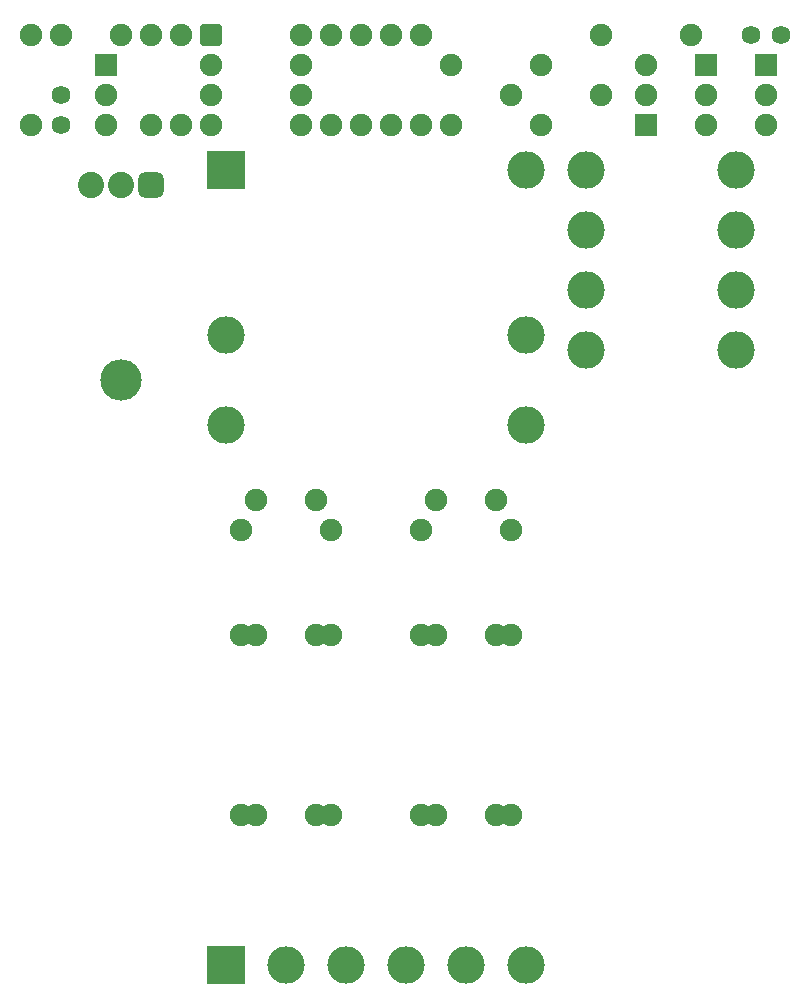
<source format=gbr>
%TF.GenerationSoftware,KiCad,Pcbnew,(6.0.0)*%
%TF.CreationDate,2023-06-01T11:58:54-04:00*%
%TF.ProjectId,SEPIC,53455049-432e-46b6-9963-61645f706362,rev?*%
%TF.SameCoordinates,Original*%
%TF.FileFunction,Soldermask,Bot*%
%TF.FilePolarity,Negative*%
%FSLAX46Y46*%
G04 Gerber Fmt 4.6, Leading zero omitted, Abs format (unit mm)*
G04 Created by KiCad (PCBNEW (6.0.0)) date 2023-06-01 11:58:54*
%MOMM*%
%LPD*%
G01*
G04 APERTURE LIST*
G04 Aperture macros list*
%AMRoundRect*
0 Rectangle with rounded corners*
0 $1 Rounding radius*
0 $2 $3 $4 $5 $6 $7 $8 $9 X,Y pos of 4 corners*
0 Add a 4 corners polygon primitive as box body*
4,1,4,$2,$3,$4,$5,$6,$7,$8,$9,$2,$3,0*
0 Add four circle primitives for the rounded corners*
1,1,$1+$1,$2,$3*
1,1,$1+$1,$4,$5*
1,1,$1+$1,$6,$7*
1,1,$1+$1,$8,$9*
0 Add four rect primitives between the rounded corners*
20,1,$1+$1,$2,$3,$4,$5,0*
20,1,$1+$1,$4,$5,$6,$7,0*
20,1,$1+$1,$6,$7,$8,$9,0*
20,1,$1+$1,$8,$9,$2,$3,0*%
G04 Aperture macros list end*
%ADD10C,3.175000*%
%ADD11C,1.905000*%
%ADD12R,1.905000X1.905000*%
%ADD13O,3.500000X3.500000*%
%ADD14RoundRect,0.635000X0.476250X0.476250X-0.476250X0.476250X-0.476250X-0.476250X0.476250X-0.476250X0*%
%ADD15C,2.222500*%
%ADD16R,3.175000X3.175000*%
%ADD17C,1.587500*%
%ADD18RoundRect,0.381000X-0.571500X-0.571500X0.571500X-0.571500X0.571500X0.571500X-0.571500X0.571500X0*%
G04 APERTURE END LIST*
D10*
%TO.C,D2*%
X208280000Y-45720000D03*
X195580000Y-45720000D03*
%TD*%
D11*
%TO.C,C5*%
X166370000Y-80010000D03*
X167640000Y-80010000D03*
X173990000Y-80010000D03*
X172720000Y-80010000D03*
%TD*%
D12*
%TO.C,T0*%
X154940000Y-31750000D03*
D11*
X154940000Y-34290000D03*
X154940000Y-36830000D03*
%TD*%
D10*
%TO.C,D4*%
X208280000Y-55880000D03*
X195580000Y-55880000D03*
%TD*%
%TO.C,D1*%
X208280000Y-40640000D03*
X195580000Y-40640000D03*
%TD*%
D11*
%TO.C,C0*%
X151130000Y-29210000D03*
X156210000Y-29210000D03*
%TD*%
%TO.C,R2*%
X158750000Y-36830000D03*
X158750000Y-29210000D03*
%TD*%
D13*
%TO.C,T1*%
X156210000Y-58420000D03*
D14*
X158750000Y-41910000D03*
D15*
X156210000Y-41910000D03*
X153670000Y-41910000D03*
%TD*%
D10*
%TO.C,D3*%
X208280000Y-50800000D03*
X195580000Y-50800000D03*
%TD*%
D11*
%TO.C,R4*%
X191770000Y-31750000D03*
X196850000Y-34290000D03*
X191770000Y-36830000D03*
%TD*%
D12*
%TO.C,T3*%
X205740000Y-31750000D03*
D11*
X205740000Y-34290000D03*
X205740000Y-36830000D03*
%TD*%
%TO.C,C4*%
X187960000Y-68580000D03*
X182880000Y-68580000D03*
%TD*%
%TO.C,D6*%
X166370000Y-71120000D03*
X173990000Y-71120000D03*
%TD*%
D10*
%TO.C,C1*%
X190500000Y-62230000D03*
X165100000Y-62230000D03*
%TD*%
D11*
%TO.C,R8*%
X204470000Y-29210000D03*
X196850000Y-29210000D03*
%TD*%
D16*
%TO.C,H0*%
X165100000Y-107950000D03*
D10*
X170180000Y-107950000D03*
X175260000Y-107950000D03*
X180340000Y-107950000D03*
X185420000Y-107950000D03*
X190500000Y-107950000D03*
%TD*%
D11*
%TO.C,D5*%
X189230000Y-71120000D03*
X181610000Y-71120000D03*
%TD*%
D17*
%TO.C,D7*%
X151130000Y-34290000D03*
X151130000Y-36830000D03*
%TD*%
D11*
%TO.C,R1*%
X176530000Y-36830000D03*
X176530000Y-29210000D03*
%TD*%
D16*
%TO.C,L0*%
X165100000Y-40640000D03*
D10*
X165100000Y-54610000D03*
X190500000Y-54610000D03*
X190500000Y-40640000D03*
%TD*%
D11*
%TO.C,R3*%
X184150000Y-31750000D03*
X189230000Y-34290000D03*
X184150000Y-36830000D03*
%TD*%
D12*
%TO.C,T4*%
X210820000Y-31750000D03*
D11*
X210820000Y-34290000D03*
X210820000Y-36830000D03*
%TD*%
%TO.C,R0*%
X173990000Y-29210000D03*
X173990000Y-36830000D03*
%TD*%
%TO.C,R5*%
X179070000Y-36830000D03*
X179070000Y-29210000D03*
%TD*%
D17*
%TO.C,D8*%
X212090000Y-29210000D03*
X209550000Y-29210000D03*
%TD*%
D11*
%TO.C,R7*%
X148590000Y-36830000D03*
X148590000Y-29210000D03*
%TD*%
%TO.C,C2*%
X189230000Y-80010000D03*
X187960000Y-80010000D03*
X181610000Y-80010000D03*
X182880000Y-80010000D03*
%TD*%
%TO.C,C7*%
X167640000Y-68580000D03*
X172720000Y-68580000D03*
%TD*%
D18*
%TO.C,IC0*%
X163830000Y-29210000D03*
D11*
X163830000Y-31750000D03*
X163830000Y-34290000D03*
X163830000Y-36830000D03*
X171450000Y-36830000D03*
X171450000Y-34290000D03*
X171450000Y-31750000D03*
X171450000Y-29210000D03*
%TD*%
%TO.C,C6*%
X167640000Y-95250000D03*
X166370000Y-95250000D03*
X173990000Y-95250000D03*
X172720000Y-95250000D03*
%TD*%
D12*
%TO.C,T2*%
X200660000Y-36830000D03*
D11*
X200660000Y-34290000D03*
X200660000Y-31750000D03*
%TD*%
%TO.C,C3*%
X189230000Y-95250000D03*
X187960000Y-95250000D03*
X181610000Y-95250000D03*
X182880000Y-95250000D03*
%TD*%
%TO.C,R6*%
X181610000Y-29210000D03*
X181610000Y-36830000D03*
%TD*%
%TO.C,D0*%
X161290000Y-36830000D03*
X161290000Y-29210000D03*
%TD*%
M02*

</source>
